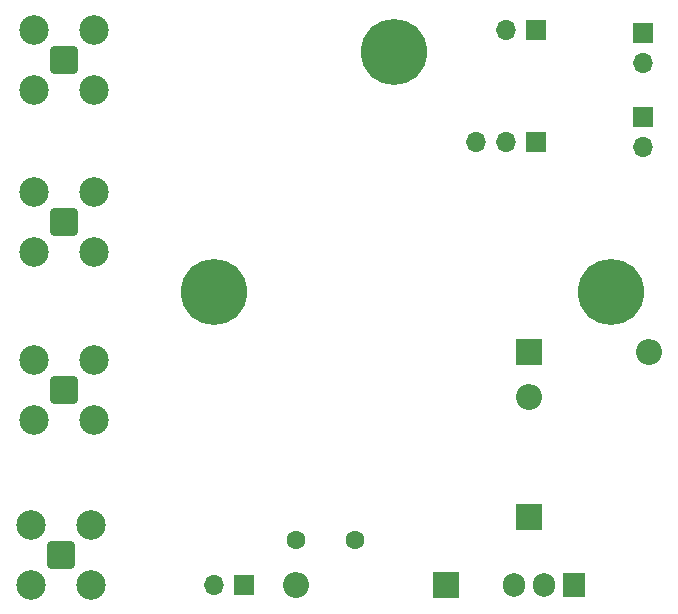
<source format=gbs>
G04 #@! TF.GenerationSoftware,KiCad,Pcbnew,7.0.2*
G04 #@! TF.CreationDate,2024-02-08T16:58:35+01:00*
G04 #@! TF.ProjectId,FilterAndHalfBuffer,46696c74-6572-4416-9e64-48616c664275,rev?*
G04 #@! TF.SameCoordinates,Original*
G04 #@! TF.FileFunction,Soldermask,Bot*
G04 #@! TF.FilePolarity,Negative*
%FSLAX46Y46*%
G04 Gerber Fmt 4.6, Leading zero omitted, Abs format (unit mm)*
G04 Created by KiCad (PCBNEW 7.0.2) date 2024-02-08 16:58:35*
%MOMM*%
%LPD*%
G01*
G04 APERTURE LIST*
G04 Aperture macros list*
%AMRoundRect*
0 Rectangle with rounded corners*
0 $1 Rounding radius*
0 $2 $3 $4 $5 $6 $7 $8 $9 X,Y pos of 4 corners*
0 Add a 4 corners polygon primitive as box body*
4,1,4,$2,$3,$4,$5,$6,$7,$8,$9,$2,$3,0*
0 Add four circle primitives for the rounded corners*
1,1,$1+$1,$2,$3*
1,1,$1+$1,$4,$5*
1,1,$1+$1,$6,$7*
1,1,$1+$1,$8,$9*
0 Add four rect primitives between the rounded corners*
20,1,$1+$1,$2,$3,$4,$5,0*
20,1,$1+$1,$4,$5,$6,$7,0*
20,1,$1+$1,$6,$7,$8,$9,0*
20,1,$1+$1,$8,$9,$2,$3,0*%
G04 Aperture macros list end*
%ADD10R,1.700000X1.700000*%
%ADD11O,1.700000X1.700000*%
%ADD12C,5.600000*%
%ADD13RoundRect,0.200100X0.949900X-0.949900X0.949900X0.949900X-0.949900X0.949900X-0.949900X-0.949900X0*%
%ADD14C,2.500000*%
%ADD15R,1.905000X2.000000*%
%ADD16O,1.905000X2.000000*%
%ADD17C,1.600000*%
%ADD18R,2.200000X2.200000*%
%ADD19O,2.200000X2.200000*%
G04 APERTURE END LIST*
D10*
G04 #@! TO.C,J9*
X126492000Y-65781000D03*
D11*
X126492000Y-68321000D03*
G04 #@! TD*
G04 #@! TO.C,J8*
X126492000Y-61209000D03*
D10*
X126492000Y-58669000D03*
G04 #@! TD*
D12*
G04 #@! TO.C,REF\u002A\u002A*
X123825000Y-80645000D03*
G04 #@! TD*
G04 #@! TO.C,REF\u002A\u002A*
X105410000Y-60325000D03*
G04 #@! TD*
G04 #@! TO.C,REF\u002A\u002A*
X90170000Y-80645000D03*
G04 #@! TD*
D10*
G04 #@! TO.C,J3*
X92710000Y-105410000D03*
D11*
X90170000Y-105410000D03*
G04 #@! TD*
D13*
G04 #@! TO.C,J2*
X77216000Y-102870000D03*
D14*
X79756000Y-105410000D03*
X74676000Y-105410000D03*
X74676000Y-100330000D03*
X79756000Y-100330000D03*
G04 #@! TD*
D13*
G04 #@! TO.C,J1*
X77470000Y-74676000D03*
D14*
X80010000Y-77216000D03*
X74930000Y-77216000D03*
X74930000Y-72136000D03*
X80010000Y-72136000D03*
G04 #@! TD*
D15*
G04 #@! TO.C,U2*
X120650000Y-105410000D03*
D16*
X118110000Y-105410000D03*
X115570000Y-105410000D03*
G04 #@! TD*
D10*
G04 #@! TO.C,JP1*
X117475000Y-67945000D03*
D11*
X114935000Y-67945000D03*
X112395000Y-67945000D03*
G04 #@! TD*
D13*
G04 #@! TO.C,J7*
X77470000Y-88900000D03*
D14*
X80010000Y-91440000D03*
X74930000Y-91440000D03*
X74930000Y-86360000D03*
X80010000Y-86360000D03*
G04 #@! TD*
D13*
G04 #@! TO.C,J5*
X77470000Y-60960000D03*
D14*
X80010000Y-63500000D03*
X74930000Y-63500000D03*
X74930000Y-58420000D03*
X80010000Y-58420000D03*
G04 #@! TD*
D10*
G04 #@! TO.C,J4*
X117475000Y-58420000D03*
D11*
X114935000Y-58420000D03*
G04 #@! TD*
D17*
G04 #@! TO.C,F1*
X97155000Y-101600000D03*
X102155000Y-101600000D03*
G04 #@! TD*
D18*
G04 #@! TO.C,D3*
X116840000Y-85725000D03*
D19*
X127000000Y-85725000D03*
G04 #@! TD*
D18*
G04 #@! TO.C,D2*
X116840000Y-99695000D03*
D19*
X116840000Y-89535000D03*
G04 #@! TD*
D18*
G04 #@! TO.C,D1*
X109855000Y-105410000D03*
D19*
X97155000Y-105410000D03*
G04 #@! TD*
M02*

</source>
